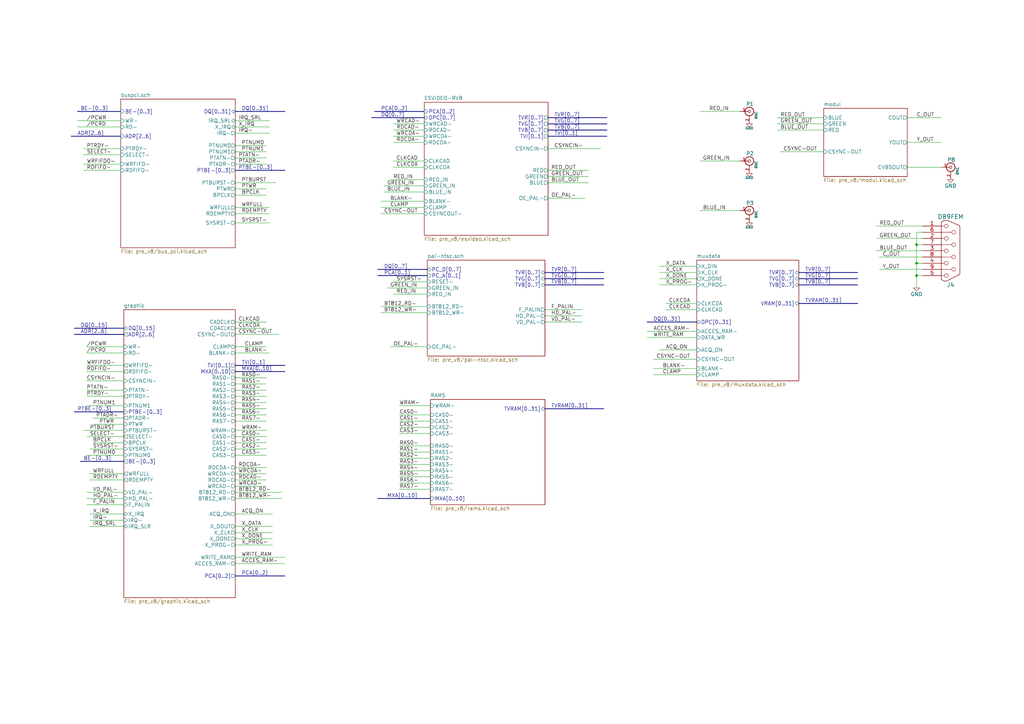
<source format=kicad_sch>
(kicad_sch (version 20250114) (generator "eeschema") (generator_version "9.0")
  (paper "A3")
  (title_block (title "Video") (date "Sun 22 Mar 2015") (rev "2.0B") (company "Kicad EDA") (comment 1 "Main sheet"))
  (lib_symbols
    (symbol "video_schlib:BNC" (pin_names (offset 1.016) (hide yes))
      (property "Reference" "P" (at 0.254 3.048 0))
      (property "Value" "BNC" (at 2.794 -1.524 90))
      (symbol "BNC_0_1"
        (circle (center 0 0) (radius 0.508) (stroke (width 0.2032)))
        (circle (center 0 0) (radius 1.778) (stroke (width 0.3048)))
      )
      (symbol "BNC_1_1"
        (pin passive line (at -3.81 0 0) (length 3.302) (name "In") (number "1"))
        (pin passive line (at 0 -5.08 90) (length 3.302) (name "Ext") (number "2"))
      )
    )
    (symbol "video_schlib:DB9" (pin_names (offset 1.016) (hide yes))
      (property "Reference" "J" (at 0 13.97 0))
      (property "Value" "DB9" (at 0 -13.97 0))
      (symbol "DB9_0_1"
        (polyline (pts (xy -3.81 10.16) (xy -2.54 10.16)))
        (polyline (pts (xy -3.81 7.62) (xy 0.508 7.62)))
        (polyline (pts (xy -3.81 5.08) (xy -2.54 5.08)))
        (polyline (pts (xy -3.81 2.54) (xy 0.508 2.54)))
        (polyline (pts (xy -3.81 0) (xy -2.54 0)))
        (polyline (pts (xy -3.81 -2.54) (xy 0.508 -2.54)))
        (polyline (pts (xy -3.81 -5.08) (xy -2.54 -5.08)))
        (polyline (pts (xy -3.81 -7.62) (xy 0.508 -7.62)))
        (polyline (pts (xy -3.81 -10.16) (xy -2.54 -10.16)))
        (polyline (pts (xy -3.81 -11.6586) (xy -3.556 -11.938)) (stroke (width 0.2032)))
        (polyline (pts (xy -3.81 -11.684) (xy -3.81 11.684)) (stroke (width 0.2032)))
        (polyline (pts (xy -3.556 11.938) (xy -3.81 11.684)) (stroke (width 0.2032)))
        (polyline (pts (xy -3.556 11.938) (xy -2.54 12.446)) (stroke (width 0.2032)))
        (polyline (pts (xy -3.556 -11.938) (xy -2.794 -12.446)) (stroke (width 0.2032)))
        (polyline (pts (xy -2.794 -12.446) (xy -1.27 -12.446)) (stroke (width 0.2032)))
        (polyline (pts (xy -2.54 12.446) (xy -1.778 12.446)) (stroke (width 0.2032)))
        (circle (center -1.778 10.16) (radius 0.762))
        (circle (center -1.778 5.08) (radius 0.762))
        (circle (center -1.778 0) (radius 0.762))
        (circle (center -1.778 -5.08) (radius 0.762))
        (circle (center -1.778 -10.16) (radius 0.762))
        (circle (center 1.27 7.62) (radius 0.762))
        (circle (center 1.27 2.54) (radius 0.762))
        (circle (center 1.27 -2.54) (radius 0.762))
        (circle (center 1.27 -7.62) (radius 0.762))
        (polyline (pts (xy 3.2766 9.906) (xy -1.778 12.446)) (stroke (width 0.2032)))
        (polyline (pts (xy 3.2766 9.906) (xy 3.81 9.398)) (stroke (width 0.2032)))
        (polyline (pts (xy 3.556 -10.3886) (xy -1.27 -12.446)) (stroke (width 0.2032)))
        (polyline (pts (xy 3.81 9.398) (xy 3.81 -9.906)) (stroke (width 0.2032)))
        (polyline (pts (xy 3.81 -9.906) (xy 3.556 -10.3886)) (stroke (width 0.2032)))
      )
      (symbol "DB9_1_1"
        (pin passive line (at -11.43 10.16 0) (length 7.62) (name "5") (number "5"))
        (pin passive line (at -11.43 7.62 0) (length 7.62) (name "P9") (number "9"))
        (pin passive line (at -11.43 5.08 0) (length 7.62) (name "4") (number "4"))
        (pin passive line (at -11.43 2.54 0) (length 7.62) (name "P8") (number "8"))
        (pin passive line (at -11.43 0 0) (length 7.62) (name "3") (number "3"))
        (pin passive line (at -11.43 -2.54 0) (length 7.62) (name "P7") (number "7"))
        (pin passive line (at -11.43 -5.08 0) (length 7.62) (name "2") (number "2"))
        (pin passive line (at -11.43 -7.62 0) (length 7.62) (name "P6") (number "6"))
        (pin passive line (at -11.43 -10.16 0) (length 7.62) (name "1") (number "1"))
      )
    )
    (symbol "video_schlib:GND" (power) (pin_names (offset 0))
      (symbol "GND_0_1"
        (polyline (pts (xy -1.27 0) (xy 0 -1.27) (xy 1.27 0) (xy -1.27 0)))
      )
      (symbol "GND_1_1"
        (pin power_in line (at 0 0 90) (length 0) (hide yes) (name "GND") (number "1"))
      )
    )
  )
  (junction (at 375.92 100.33) (diameter 0.9144))
  (junction (at 375.92 113.03) (diameter 0.9144))
  (junction (at 375.92 107.95) (diameter 0.9144))
  (wire (pts (xy 378.46 95.25) (xy 375.92 95.25)))
  (wire (pts (xy 224.79 74.93) (xy 241.3 74.93)))
  (wire (pts (xy 96.52 172.72) (xy 109.22 172.72)))
  (wire (pts (xy 38.1 171.45) (xy 50.8 171.45)))
  (wire (pts (xy 49.53 63.5) (xy 34.29 63.5)))
  (wire (pts (xy 96.52 218.44) (xy 111.76 218.44)))
  (wire (pts (xy 96.52 215.9) (xy 111.76 215.9)))
  (wire (pts (xy 50.8 201.93) (xy 35.56 201.93)))
  (wire (pts (xy 31.75 52.07) (xy 49.53 52.07)))
  (bus (pts (xy 327.66 111.76) (xy 351.79 111.76)))
  (wire (pts (xy 96.52 210.82) (xy 111.76 210.82)))
  (wire (pts (xy 320.04 62.23) (xy 337.82 62.23)))
  (wire (pts (xy 36.83 215.9) (xy 50.8 215.9)))
  (wire (pts (xy 161.29 58.42) (xy 173.99 58.42)))
  (wire (pts (xy 372.11 48.26) (xy 386.08 48.26)))
  (wire (pts (xy 270.51 143.51) (xy 285.75 143.51)))
  (wire (pts (xy 273.05 127) (xy 285.75 127)))
  (wire (pts (xy 287.02 45.72) (xy 303.53 45.72)))
  (wire (pts (xy 96.52 91.44) (xy 110.49 91.44)))
  (wire (pts (xy 161.29 120.65) (xy 175.26 120.65)))
  (wire (pts (xy 35.56 186.69) (xy 50.8 186.69)))
  (wire (pts (xy 96.52 165.1) (xy 109.22 165.1)))
  (wire (pts (xy 96.52 191.77) (xy 109.22 191.77)))
  (wire (pts (xy 238.76 132.08) (xy 223.52 132.08)))
  (wire (pts (xy 173.99 76.2) (xy 157.48 76.2)))
  (wire (pts (xy 96.52 167.64) (xy 109.22 167.64)))
  (wire (pts (xy 96.52 160.02) (xy 109.22 160.02)))
  (wire (pts (xy 34.29 60.96) (xy 49.53 60.96)))
  (wire (pts (xy 36.83 213.36) (xy 50.8 213.36)))
  (wire (pts (xy 156.21 125.73) (xy 175.26 125.73)))
  (bus (pts (xy 327.66 114.3) (xy 351.79 114.3)))
  (wire (pts (xy 96.52 194.31) (xy 109.22 194.31)))
  (wire (pts (xy 163.83 193.04) (xy 176.53 193.04)))
  (wire (pts (xy 318.77 50.8) (xy 337.82 50.8)))
  (wire (pts (xy 96.52 77.47) (xy 109.22 77.47)))
  (wire (pts (xy 96.52 228.6) (xy 116.84 228.6)))
  (wire (pts (xy 375.92 95.25) (xy 375.92 100.33)))
  (wire (pts (xy 175.26 118.11) (xy 158.75 118.11)))
  (wire (pts (xy 50.8 204.47) (xy 35.56 204.47)))
  (wire (pts (xy 359.41 102.87) (xy 378.46 102.87)))
  (wire (pts (xy 375.92 107.95) (xy 375.92 113.03)))
  (wire (pts (xy 96.52 154.94) (xy 109.22 154.94)))
  (wire (pts (xy 96.52 223.52) (xy 111.76 223.52)))
  (wire (pts (xy 156.21 85.09) (xy 173.99 85.09)))
  (bus (pts (xy 223.52 114.3) (xy 247.65 114.3)))
  (bus (pts (xy 49.53 45.72) (xy 31.75 45.72)))
  (wire (pts (xy 163.83 187.96) (xy 176.53 187.96)))
  (bus (pts (xy 50.8 189.23) (xy 33.02 189.23)))
  (wire (pts (xy 36.83 210.82) (xy 50.8 210.82)))
  (bus (pts (xy 30.48 137.16) (xy 50.8 137.16)))
  (wire (pts (xy 303.53 66.04) (xy 287.02 66.04)))
  (wire (pts (xy 160.02 73.66) (xy 173.99 73.66)))
  (wire (pts (xy 96.52 204.47) (xy 115.57 204.47)))
  (wire (pts (xy 96.52 186.69) (xy 109.22 186.69)))
  (wire (pts (xy 224.79 81.28) (xy 240.03 81.28)))
  (bus (pts (xy 223.52 111.76) (xy 247.65 111.76)))
  (wire (pts (xy 35.56 156.21) (xy 50.8 156.21)))
  (wire (pts (xy 96.52 170.18) (xy 109.22 170.18)))
  (wire (pts (xy 96.52 231.14) (xy 116.84 231.14)))
  (wire (pts (xy 96.52 201.93) (xy 115.57 201.93)))
  (bus (pts (xy 224.79 55.88) (xy 248.92 55.88)))
  (bus (pts (xy 223.52 116.84) (xy 247.65 116.84)))
  (wire (pts (xy 50.8 152.4) (xy 35.56 152.4)))
  (wire (pts (xy 359.41 97.79) (xy 378.46 97.79)))
  (wire (pts (xy 161.29 68.58) (xy 173.99 68.58)))
  (wire (pts (xy 50.8 207.01) (xy 35.56 207.01)))
  (wire (pts (xy 96.52 67.31) (xy 109.22 67.31)))
  (wire (pts (xy 265.43 138.43) (xy 285.75 138.43)))
  (wire (pts (xy 163.83 195.58) (xy 176.53 195.58)))
  (wire (pts (xy 163.83 172.72) (xy 176.53 172.72)))
  (wire (pts (xy 163.83 177.8) (xy 176.53 177.8)))
  (wire (pts (xy 163.83 185.42) (xy 176.53 185.42)))
  (wire (pts (xy 96.52 59.69) (xy 109.22 59.69)))
  (wire (pts (xy 96.52 199.39) (xy 109.22 199.39)))
  (wire (pts (xy 163.83 200.66) (xy 176.53 200.66)))
  (wire (pts (xy 224.79 69.85) (xy 241.3 69.85)))
  (wire (pts (xy 163.83 175.26) (xy 176.53 175.26)))
  (wire (pts (xy 303.53 86.36) (xy 287.02 86.36)))
  (wire (pts (xy 270.51 109.22) (xy 285.75 109.22)))
  (wire (pts (xy 156.21 82.55) (xy 173.99 82.55)))
  (wire (pts (xy 96.52 85.09) (xy 110.49 85.09)))
  (bus (pts (xy 327.66 124.46) (xy 351.79 124.46)))
  (wire (pts (xy 96.52 220.98) (xy 111.76 220.98)))
  (wire (pts (xy 35.56 160.02) (xy 50.8 160.02)))
  (wire (pts (xy 318.77 53.34) (xy 337.82 53.34)))
  (wire (pts (xy 50.8 149.86) (xy 35.56 149.86)))
  (wire (pts (xy 96.52 137.16) (xy 114.3 137.16)))
  (wire (pts (xy 96.52 157.48) (xy 109.22 157.48)))
  (bus (pts (xy 96.52 152.4) (xy 116.84 152.4)))
  (wire (pts (xy 161.29 55.88) (xy 173.99 55.88)))
  (bus (pts (xy 154.94 204.47) (xy 176.53 204.47)))
  (bus (pts (xy 96.52 149.86) (xy 116.84 149.86)))
  (bus (pts (xy 327.66 116.84) (xy 351.79 116.84)))
  (wire (pts (xy 161.29 53.34) (xy 173.99 53.34)))
  (wire (pts (xy 96.52 80.01) (xy 109.22 80.01)))
  (wire (pts (xy 386.08 58.42) (xy 372.11 58.42)))
  (bus (pts (xy 96.52 236.22) (xy 116.84 236.22)))
  (wire (pts (xy 96.52 132.08) (xy 109.22 132.08)))
  (wire (pts (xy 96.52 179.07) (xy 109.22 179.07)))
  (wire (pts (xy 163.83 170.18) (xy 176.53 170.18)))
  (bus (pts (xy 224.79 48.26) (xy 248.92 48.26)))
  (wire (pts (xy 96.52 176.53) (xy 109.22 176.53)))
  (wire (pts (xy 238.76 127) (xy 223.52 127)))
  (wire (pts (xy 224.79 72.39) (xy 241.3 72.39)))
  (wire (pts (xy 267.97 153.67) (xy 285.75 153.67)))
  (wire (pts (xy 238.76 129.54) (xy 223.52 129.54)))
  (wire (pts (xy 173.99 78.74) (xy 157.48 78.74)))
  (wire (pts (xy 378.46 110.49) (xy 360.68 110.49)))
  (wire (pts (xy 163.83 198.12) (xy 176.53 198.12)))
  (wire (pts (xy 161.29 50.8) (xy 173.99 50.8)))
  (wire (pts (xy 267.97 147.32) (xy 285.75 147.32)))
  (bus (pts (xy 96.52 45.72) (xy 116.84 45.72)))
  (wire (pts (xy 163.83 166.37) (xy 176.53 166.37)))
  (wire (pts (xy 375.92 107.95) (xy 378.46 107.95)))
  (wire (pts (xy 35.56 142.24) (xy 50.8 142.24)))
  (wire (pts (xy 378.46 100.33) (xy 375.92 100.33)))
  (wire (pts (xy 372.11 68.58) (xy 386.08 68.58)))
  (wire (pts (xy 96.52 184.15) (xy 109.22 184.15)))
  (wire (pts (xy 38.1 173.99) (xy 50.8 173.99)))
  (wire (pts (xy 96.52 196.85) (xy 109.22 196.85)))
  (wire (pts (xy 270.51 111.76) (xy 285.75 111.76)))
  (wire (pts (xy 96.52 52.07) (xy 110.49 52.07)))
  (wire (pts (xy 96.52 162.56) (xy 109.22 162.56)))
  (wire (pts (xy 375.92 113.03) (xy 378.46 113.03)))
  (bus (pts (xy 154.94 110.49) (xy 175.26 110.49)))
  (bus (pts (xy 224.79 53.34) (xy 248.92 53.34)))
  (wire (pts (xy 270.51 116.84) (xy 285.75 116.84)))
  (wire (pts (xy 35.56 166.37) (xy 50.8 166.37)))
  (bus (pts (xy 153.67 45.72) (xy 173.99 45.72)))
  (wire (pts (xy 360.68 105.41) (xy 378.46 105.41)))
  (wire (pts (xy 36.83 194.31) (xy 50.8 194.31)))
  (wire (pts (xy 36.83 196.85) (xy 50.8 196.85)))
  (bus (pts (xy 29.21 55.88) (xy 49.53 55.88)))
  (wire (pts (xy 35.56 144.78) (xy 50.8 144.78)))
  (wire (pts (xy 163.83 182.88) (xy 176.53 182.88)))
  (wire (pts (xy 96.52 142.24) (xy 109.22 142.24)))
  (wire (pts (xy 96.52 181.61) (xy 109.22 181.61)))
  (bus (pts (xy 223.52 167.64) (xy 247.65 167.64)))
  (wire (pts (xy 96.52 49.53) (xy 110.49 49.53)))
  (wire (pts (xy 96.52 74.93) (xy 113.03 74.93)))
  (wire (pts (xy 49.53 67.31) (xy 34.29 67.31)))
  (wire (pts (xy 375.92 113.03) (xy 375.92 118.11)))
  (wire (pts (xy 96.52 134.62) (xy 109.22 134.62)))
  (wire (pts (xy 96.52 54.61) (xy 110.49 54.61)))
  (bus (pts (xy 265.43 132.08) (xy 285.75 132.08)))
  (wire (pts (xy 160.02 142.24) (xy 175.26 142.24)))
  (wire (pts (xy 36.83 184.15) (xy 50.8 184.15)))
  (wire (pts (xy 50.8 181.61) (xy 38.1 181.61)))
  (wire (pts (xy 224.79 60.96) (xy 246.38 60.96)))
  (wire (pts (xy 31.75 49.53) (xy 49.53 49.53)))
  (bus (pts (xy 96.52 69.85) (xy 116.84 69.85)))
  (wire (pts (xy 270.51 114.3) (xy 285.75 114.3)))
  (bus (pts (xy 224.79 50.8) (xy 248.92 50.8)))
  (wire (pts (xy 96.52 144.78) (xy 110.49 144.78)))
  (wire (pts (xy 96.52 62.23) (xy 109.22 62.23)))
  (wire (pts (xy 96.52 64.77) (xy 109.22 64.77)))
  (wire (pts (xy 359.41 92.71) (xy 378.46 92.71)))
  (bus (pts (xy 154.94 113.03) (xy 175.26 113.03)))
  (wire (pts (xy 50.8 179.07) (xy 35.56 179.07)))
  (wire (pts (xy 273.05 124.46) (xy 285.75 124.46)))
  (wire (pts (xy 265.43 135.89) (xy 285.75 135.89)))
  (wire (pts (xy 156.21 128.27) (xy 175.26 128.27)))
  (wire (pts (xy 375.92 100.33) (xy 375.92 107.95)))
  (wire (pts (xy 156.21 87.63) (xy 173.99 87.63)))
  (wire (pts (xy 267.97 151.13) (xy 285.75 151.13)))
  (wire (pts (xy 35.56 162.56) (xy 50.8 162.56)))
  (wire (pts (xy 161.29 66.04) (xy 173.99 66.04)))
  (bus (pts (xy 30.48 168.91) (xy 50.8 168.91)))
  (bus (pts (xy 173.99 48.26) (xy 152.4 48.26)))
  (wire (pts (xy 163.83 190.5) (xy 176.53 190.5)))
  (wire (pts (xy 96.52 87.63) (xy 110.49 87.63)))
  (bus (pts (xy 30.48 134.62) (xy 50.8 134.62)))
  (wire (pts (xy 34.29 176.53) (xy 50.8 176.53)))
  (wire (pts (xy 49.53 69.85) (xy 34.29 69.85)))
  (wire (pts (xy 161.29 115.57) (xy 175.26 115.57)))
  (wire (pts (xy 318.77 48.26) (xy 337.82 48.26)))
  (label "PCA[0..1]" (at 157.48 113.03 0) (effects (font (size 1.524 1.524))))
  (label "SELECT-" (at 35.56 63.5 0) (effects (font (size 1.524 1.524))))
  (label "CLKCDA" (at 97.79 134.62 0) (effects (font (size 1.524 1.524))))
  (label "TVI[0..1]" (at 227.33 55.88 0) (effects (font (size 1.524 1.524))))
  (label "BT812_RD-" (at 157.48 125.73 0) (effects (font (size 1.524 1.524))))
  (label "WRAM-" (at 99.06 176.53 0) (effects (font (size 1.524 1.524))))
  (label "CLAMP" (at 271.78 153.67 0) (effects (font (size 1.524 1.524))))
  (label "CAS2-" (at 99.06 184.15 0) (effects (font (size 1.524 1.524))))
  (label "CAS3-" (at 99.06 186.69 0) (effects (font (size 1.524 1.524))))
  (label "TVG[0..7]" (at 226.06 114.3 0) (effects (font (size 1.524 1.524))))
  (label "IRQ-" (at 97.79 54.61 0) (effects (font (size 1.524 1.524))))
  (label "ACQ_ON" (at 99.06 210.82 0) (effects (font (size 1.524 1.524))))
  (label "TVG[0..7]" (at 227.33 50.8 0) (effects (font (size 1.524 1.524))))
  (label "IRQ-" (at 38.1 213.36 0) (effects (font (size 1.524 1.524))))
  (label "CLKCAD" (at 274.32 127 0) (effects (font (size 1.524 1.524))))
  (label "CAS1-" (at 163.83 172.72 0) (effects (font (size 1.524 1.524))))
  (label "CLAMP" (at 100.33 142.24 0) (effects (font (size 1.524 1.524))))
  (label "RAS2-" (at 99.06 160.02 0) (effects (font (size 1.524 1.524))))
  (label "ACCES_RAM-" (at 267.97 135.89 0) (effects (font (size 1.524 1.524))))
  (label "X_DONE" (at 273.05 114.3 0) (effects (font (size 1.524 1.524))))
  (label "RAS4-" (at 99.06 165.1 0) (effects (font (size 1.524 1.524))))
  (label "PTNUM1" (at 99.06 62.23 0) (effects (font (size 1.524 1.524))))
  (label "RAS7-" (at 163.83 200.66 0) (effects (font (size 1.524 1.524))))
  (label "CSYNCIN-" (at 35.56 156.21 0) (effects (font (size 1.524 1.524))))
  (label "CSYNC-OUT" (at 321.31 62.23 0) (effects (font (size 1.524 1.524))))
  (label "SYSRST-" (at 38.1 184.15 0) (effects (font (size 1.524 1.524))))
  (label "BPCLK" (at 38.1 181.61 0) (effects (font (size 1.524 1.524))))
  (label "X_CLK" (at 273.05 111.76 0) (effects (font (size 1.524 1.524))))
  (label "CAS0-" (at 163.83 170.18 0) (effects (font (size 1.524 1.524))))
  (label "PCA[0..2]" (at 99.06 236.22 0) (effects (font (size 1.524 1.524))))
  (label "X_DATA" (at 99.06 215.9 0) (effects (font (size 1.524 1.524))))
  (label "RDCDA-" (at 97.79 191.77 0) (effects (font (size 1.524 1.524))))
  (label "WRCAD-" (at 162.56 50.8 0) (effects (font (size 1.524 1.524))))
  (label "RAS3-" (at 99.06 162.56 0) (effects (font (size 1.524 1.524))))
  (label "WRFULL" (at 38.1 194.31 0) (effects (font (size 1.524 1.524))))
  (label "GREEN_IN" (at 160.02 118.11 0) (effects (font (size 1.524 1.524))))
  (label "PCA[0..2]" (at 156.21 45.72 0) (effects (font (size 1.524 1.524))))
  (label "TVRAM[0..31]" (at 226.06 167.64 0) (effects (font (size 1.524 1.524))))
  (label "TVRAM[0..31]" (at 330.2 124.46 0) (effects (font (size 1.524 1.524))))
  (label "GREEN_OUT" (at 360.68 97.79 0) (effects (font (size 1.524 1.524))))
  (label "VD_PAL-" (at 38.1 201.93 0) (effects (font (size 1.524 1.524))))
  (label "PTNUM0" (at 38.1 186.69 0) (effects (font (size 1.524 1.524))))
  (label "C_OUT" (at 375.92 48.26 0) (effects (font (size 1.524 1.524))))
  (label "WRFIFDO-" (at 35.56 67.31 0) (effects (font (size 1.524 1.524))))
  (label "F_PALIN" (at 226.06 127 0) (effects (font (size 1.524 1.524))))
  (label "RAS5-" (at 99.06 167.64 0) (effects (font (size 1.524 1.524))))
  (label "CSYNCIN-" (at 227.33 60.96 0) (effects (font (size 1.524 1.524))))
  (label "CSYNC-OUT" (at 157.48 87.63 0) (effects (font (size 1.524 1.524))))
  (label "GREEN_OUT" (at 226.06 72.39 0) (effects (font (size 1.524 1.524))))
  (label "RAS0-" (at 163.83 182.88 0) (effects (font (size 1.524 1.524))))
  (label "HD_PAL-" (at 226.06 129.54 0) (effects (font (size 1.524 1.524))))
  (label "WRITE_RAM" (at 267.97 138.43 0) (effects (font (size 1.524 1.524))))
  (label "PTADR-" (at 97.79 67.31 0) (effects (font (size 1.524 1.524))))
  (label "WRITE_RAM" (at 99.06 228.6 0) (effects (font (size 1.524 1.524))))
  (label "ACQ_ON" (at 273.05 143.51 0) (effects (font (size 1.524 1.524))))
  (label "BT812_WR-" (at 97.79 204.47 0) (effects (font (size 1.524 1.524))))
  (label "WRFULL" (at 99.06 85.09 0) (effects (font (size 1.524 1.524))))
  (label "RED_OUT" (at 226.06 69.85 0) (effects (font (size 1.524 1.524))))
  (label "BLUE_IN" (at 158.75 78.74 0) (effects (font (size 1.524 1.524))))
  (label "PTATN-" (at 35.56 160.02 0) (effects (font (size 1.524 1.524))))
  (label "BLUE_OUT" (at 226.06 74.93 0) (effects (font (size 1.524 1.524))))
  (label "MXA[0..10]" (at 99.06 152.4 0) (effects (font (size 1.524 1.524))))
  (label "/PCRD" (at 35.56 144.78 0) (effects (font (size 1.524 1.524))))
  (label "CLAMP" (at 160.02 85.09 0) (effects (font (size 1.524 1.524))))
  (label "DQ[0..31]" (at 267.97 132.08 0) (effects (font (size 1.524 1.524))))
  (label "DQ[0..7]" (at 156.21 48.26 0) (effects (font (size 1.524 1.524))))
  (label "BLUE_OUT" (at 360.68 102.87 0) (effects (font (size 1.524 1.524))))
  (label "PTADR-" (at 39.37 171.45 0) (effects (font (size 1.524 1.524))))
  (label "PTWR" (at 99.06 77.47 0) (effects (font (size 1.524 1.524))))
  (label "TVR[0..7]" (at 330.2 111.76 0) (effects (font (size 1.524 1.524))))
  (label "RAS7-" (at 99.06 172.72 0) (effects (font (size 1.524 1.524))))
  (label "PTBURST" (at 36.83 176.53 0) (effects (font (size 1.524 1.524))))
  (label "RAS6-" (at 163.83 198.12 0) (effects (font (size 1.524 1.524))))
  (label "RAS1-" (at 163.83 185.42 0) (effects (font (size 1.524 1.524))))
  (label "RAS6-" (at 99.06 170.18 0) (effects (font (size 1.524 1.524))))
  (label "WRCDA-" (at 162.56 55.88 0) (effects (font (size 1.524 1.524))))
  (label "RED_IN" (at 161.29 73.66 0) (effects (font (size 1.524 1.524))))
  (label "WRCDA-" (at 97.79 194.31 0) (effects (font (size 1.524 1.524))))
  (label "RDCDA-" (at 162.56 58.42 0) (effects (font (size 1.524 1.524))))
  (label "TVR[0..7]" (at 227.33 48.26 0) (effects (font (size 1.524 1.524))))
  (label "ADR[2..6]" (at 31.75 55.88 0) (effects (font (size 1.524 1.524))))
  (label "CAS1-" (at 99.06 181.61 0) (effects (font (size 1.524 1.524))))
  (label "RAS2-" (at 163.83 187.96 0) (effects (font (size 1.524 1.524))))
  (label "RED_OUT" (at 360.68 92.71 0) (effects (font (size 1.524 1.524))))
  (label "TVB[0..7]" (at 226.06 116.84 0) (effects (font (size 1.524 1.524))))
  (label "BPCLK" (at 99.06 80.01 0) (effects (font (size 1.524 1.524))))
  (label "ACCES_RAM-" (at 99.06 231.14 0) (effects (font (size 1.524 1.524))))
  (label "TVB[0..7]" (at 227.33 53.34 0) (effects (font (size 1.524 1.524))))
  (label "X_DONE" (at 99.06 220.98 0) (effects (font (size 1.524 1.524))))
  (label "RAS1-" (at 99.06 157.48 0) (effects (font (size 1.524 1.524))))
  (label "CAS3-" (at 163.83 177.8 0) (effects (font (size 1.524 1.524))))
  (label "BE-[0..3]" (at 33.02 45.72 0) (effects (font (size 1.524 1.524))))
  (label "CLKCAD" (at 97.79 132.08 0) (effects (font (size 1.524 1.524))))
  (label "BLUE_IN" (at 288.29 86.36 0) (effects (font (size 1.524 1.524))))
  (label "C_OUT" (at 361.95 105.41 0) (effects (font (size 1.524 1.524))))
  (label "X_PROG-" (at 273.05 116.84 0) (effects (font (size 1.524 1.524))))
  (label "PTNUM1" (at 38.1 166.37 0) (effects (font (size 1.524 1.524))))
  (label "RDCAD-" (at 162.56 53.34 0) (effects (font (size 1.524 1.524))))
  (label "CLKCAD" (at 162.56 66.04 0) (effects (font (size 1.524 1.524))))
  (label "PTWR" (at 40.64 173.99 0) (effects (font (size 1.524 1.524))))
  (label "OE_PAL-" (at 226.06 81.28 0) (effects (font (size 1.524 1.524))))
  (label "RAS0-" (at 99.06 154.94 0) (effects (font (size 1.524 1.524))))
  (label "DQ[0..15]" (at 33.02 134.62 0) (effects (font (size 1.524 1.524))))
  (label "BT812_WR-" (at 157.48 128.27 0) (effects (font (size 1.524 1.524))))
  (label "F_PALIN" (at 38.1 207.01 0) (effects (font (size 1.524 1.524))))
  (label "RDFIFO-" (at 35.56 152.4 0) (effects (font (size 1.524 1.524))))
  (label "/PCRD" (at 35.56 52.07 0) (effects (font (size 1.524 1.524))))
  (label "BLANK-" (at 100.33 144.78 0) (effects (font (size 1.524 1.524))))
  (label "RED_IN" (at 162.56 120.65 0) (effects (font (size 1.524 1.524))))
  (label "WRAM-" (at 163.83 166.37 0) (effects (font (size 1.524 1.524))))
  (label "ADR[2..6]" (at 33.02 137.16 0) (effects (font (size 1.524 1.524))))
  (label "GREEN_OUT" (at 320.04 50.8 0) (effects (font (size 1.524 1.524))))
  (label "DQ[0..31]" (at 99.06 45.72 0) (effects (font (size 1.524 1.524))))
  (label "RAS4-" (at 163.83 193.04 0) (effects (font (size 1.524 1.524))))
  (label "X_IRQ" (at 38.1 210.82 0) (effects (font (size 1.524 1.524))))
  (label "TVR[0..7]" (at 226.06 111.76 0) (effects (font (size 1.524 1.524))))
  (label "X_IRQ" (at 97.79 52.07 0) (effects (font (size 1.524 1.524))))
  (label "RED_OUT" (at 320.04 48.26 0) (effects (font (size 1.524 1.524))))
  (label "TVI[0..1]" (at 99.06 149.86 0) (effects (font (size 1.524 1.524))))
  (label "SELECT-" (at 36.83 179.07 0) (effects (font (size 1.524 1.524))))
  (label "RDEMPTY" (at 99.06 87.63 0) (effects (font (size 1.524 1.524))))
  (label "IRQ_SRL" (at 97.79 49.53 0) (effects (font (size 1.524 1.524))))
  (label "PTBURST" (at 99.06 74.93 0) (effects (font (size 1.524 1.524))))
  (label "GREEN_IN" (at 158.75 76.2 0) (effects (font (size 1.524 1.524))))
  (label "PTBE-[0..3]" (at 31.75 168.91 0) (effects (font (size 1.524 1.524))))
  (label "PTBE-[0..3]" (at 97.79 69.85 0) (effects (font (size 1.524 1.524))))
  (label "/PCWR" (at 35.56 49.53 0) (effects (font (size 1.524 1.524))))
  (label "RAS3-" (at 163.83 190.5 0) (effects (font (size 1.524 1.524))))
  (label "BE-[0..3]" (at 34.29 189.23 0) (effects (font (size 1.524 1.524))))
  (label "PTRDY-" (at 35.56 60.96 0) (effects (font (size 1.524 1.524))))
  (label "BLANK-" (at 160.02 82.55 0) (effects (font (size 1.524 1.524))))
  (label "BLANK-" (at 271.78 151.13 0) (effects (font (size 1.524 1.524))))
  (label "PTRDY-" (at 35.56 162.56 0) (effects (font (size 1.524 1.524))))
  (label "OE_PAL-" (at 161.29 142.24 0) (effects (font (size 1.524 1.524))))
  (label "HD_PAL-" (at 38.1 204.47 0) (effects (font (size 1.524 1.524))))
  (label "RDEMPTY" (at 38.1 196.85 0) (effects (font (size 1.524 1.524))))
  (label "X_DATA" (at 273.05 109.22 0) (effects (font (size 1.524 1.524))))
  (label "X_PROG-" (at 99.06 223.52 0) (effects (font (size 1.524 1.524))))
  (label "RED_IN" (at 290.83 45.72 0) (effects (font (size 1.524 1.524))))
  (label "CSYNC-OUT" (at 97.79 137.16 0) (effects (font (size 1.524 1.524))))
  (label "WRCAD-" (at 97.79 199.39 0) (effects (font (size 1.524 1.524))))
  (label "WRFIFDO-" (at 35.56 149.86 0) (effects (font (size 1.524 1.524))))
  (label "Y_OUT" (at 375.92 58.42 0) (effects (font (size 1.524 1.524))))
  (label "RDFIFO-" (at 35.56 69.85 0) (effects (font (size 1.524 1.524))))
  (label "SYSRST-" (at 162.56 115.57 0) (effects (font (size 1.524 1.524))))
  (label "CAS0-" (at 99.06 179.07 0) (effects (font (size 1.524 1.524))))
  (label "VD_PAL-" (at 226.06 132.08 0) (effects (font (size 1.524 1.524))))
  (label "RAS5-" (at 163.83 195.58 0) (effects (font (size 1.524 1.524))))
  (label "MXA[0..10]" (at 158.75 204.47 0) (effects (font (size 1.524 1.524))))
  (label "PTNUM0" (at 99.06 59.69 0) (effects (font (size 1.524 1.524))))
  (label "/PCWR" (at 35.56 142.24 0) (effects (font (size 1.524 1.524))))
  (label "BT812_RD-" (at 97.79 201.93 0) (effects (font (size 1.524 1.524))))
  (label "TVB[0..7]" (at 330.2 116.84 0) (effects (font (size 1.524 1.524))))
  (label "TVG[0..7]" (at 330.2 114.3 0) (effects (font (size 1.524 1.524))))
  (label "IRQ_SRL" (at 38.1 215.9 0) (effects (font (size 1.524 1.524))))
  (label "PTATN-" (at 97.79 64.77 0) (effects (font (size 1.524 1.524))))
  (label "DQ[0..7]" (at 157.48 110.49 0) (effects (font (size 1.524 1.524))))
  (label "CLKCDA" (at 162.56 68.58 0) (effects (font (size 1.524 1.524))))
  (label "BLUE_OUT" (at 320.04 53.34 0) (effects (font (size 1.524 1.524))))
  (label "CAS2-" (at 163.83 175.26 0) (effects (font (size 1.524 1.524))))
  (label "RDCAD-" (at 97.79 196.85 0) (effects (font (size 1.524 1.524))))
  (label "Y_OUT" (at 361.95 110.49 0) (effects (font (size 1.524 1.524))))
  (label "CSYNC-OUT" (at 269.24 147.32 0) (effects (font (size 1.524 1.524))))
  (label "CLKCDA" (at 274.32 124.46 0) (effects (font (size 1.524 1.524))))
  (label "X_CLK" (at 99.06 218.44 0) (effects (font (size 1.524 1.524))))
  (label "GREEN_IN" (at 288.29 66.04 0) (effects (font (size 1.524 1.524))))
  (label "SYSRST-" (at 99.06 91.44 0) (effects (font (size 1.524 1.524))))
  (symbol (lib_id "video_schlib:BNC") (at 389.89 68.58 0) (unit 1)
    (property "Reference" "P8" (at 390.144 65.532 0) (effects (font (size 1.524 1.524))))
    (property "Value" "BNC" (at 392.684 70.104 90) (effects (font (size 1.016 1.016))))
    (property "Footprint" "Discret:SUBCLICK" (effects (hide yes)))
  )
  (symbol (lib_id "video_schlib:GND") (at 389.89 73.66 0) (unit 1)
    (property "Reference" "#GND02" (effects (hide yes)))
    (property "Value" "GND" (at 389.89 76.2 0) (effects (font (size 1.524 1.524))))
  )
  (symbol (lib_id "video_schlib:BNC") (at 307.34 45.72 0) (unit 1)
    (property "Reference" "P1" (at 307.594 42.672 0) (effects (font (size 1.524 1.524))))
    (property "Value" "BNC" (at 310.134 47.244 90) (effects (font (size 1.016 1.016))))
    (property "Footprint" "Discret:SUBCLICK" (effects (hide yes)))
  )
  (symbol (lib_id "video_schlib:BNC") (at 307.34 66.04 0) (unit 1)
    (property "Reference" "P2" (at 307.594 62.992 0) (effects (font (size 1.524 1.524))))
    (property "Value" "BNC" (at 310.134 67.564 90) (effects (font (size 1.016 1.016))))
    (property "Footprint" "Discret:SUBCLICK" (effects (hide yes)))
  )
  (symbol (lib_id "video_schlib:BNC") (at 307.34 86.36 0) (unit 1)
    (property "Reference" "P3" (at 307.594 83.312 0) (effects (font (size 1.524 1.524))))
    (property "Value" "BNC" (at 310.134 87.884 90) (effects (font (size 1.016 1.016))))
    (property "Footprint" "Discret:SUBCLICK" (effects (hide yes)))
  )
  (symbol (lib_id "video_schlib:GND") (at 307.34 50.8 0) (unit 1)
    (property "Reference" "#GND05" (effects (hide yes)))
    (property "Value" "GND" (at 307.34 52.578 0) (effects (font (size 1.016 1.016))))
  )
  (symbol (lib_id "video_schlib:GND") (at 307.34 91.44 0) (unit 1)
    (property "Reference" "#GND04" (effects (hide yes)))
    (property "Value" "GND" (at 307.34 93.218 0) (effects (font (size 1.016 1.016))))
  )
  (symbol (lib_id "video_schlib:GND") (at 307.34 71.12 0) (unit 1)
    (property "Reference" "#GND03" (effects (hide yes)))
    (property "Value" "GND" (at 307.34 72.898 0) (effects (font (size 1.016 1.016))))
  )
  (symbol (lib_id "video_schlib:GND") (at 375.92 118.11 0) (unit 1)
    (property "Reference" "#GND01" (effects (hide yes)))
    (property "Value" "GND" (at 375.92 120.65 0) (effects (font (size 1.524 1.524))))
  )
  (symbol (lib_id "video_schlib:DB9") (at 389.89 102.87 0) (mirror x) (unit 1)
    (property "Reference" "J4" (at 389.89 116.84 0) (effects (font (size 1.778 1.778))))
    (property "Value" "DB9FEM" (at 389.89 88.9 0) (effects (font (size 1.778 1.778))))
    (property "Footprint" "Connector_Dsub:DSUB-9_Female_Horizontal_P2.77x2.84mm_EdgePinOffset14.56mm_Housed_MountingHolesOffset15.98mm" (effects (hide yes)))
  )
  (sheet (at 285.75 106.68) (size 41.91 49.53)
    (property "Sheetname" "muxdata" (at 285.75 105.9175 0) (effects (font (size 1.524 1.524)) (justify left bottom)))
    (property "Sheetfile" "pre_v8/muxdata.kicad_sch" (at 285.75 156.8201 0) (effects (font (size 1.524 1.524)) (justify left top)))
    (pin "X_DIN" input (at 285.75 109.22 180) (effects (font (size 1.524 1.524))))
    (pin "X_CLK" input (at 285.75 111.76 180) (effects (font (size 1.524 1.524))))
    (pin "CLKCDA" input (at 285.75 124.46 180) (effects (font (size 1.524 1.524))))
    (pin "CLKCAD" input (at 285.75 127 180) (effects (font (size 1.524 1.524))))
    (pin "X_DONE" output (at 285.75 114.3 180) (effects (font (size 1.524 1.524))))
    (pin "X_PROG-" input (at 285.75 116.84 180) (effects (font (size 1.524 1.524))))
    (pin "TVB[0..7]" bidirectional (at 327.66 116.84 0) (effects (font (size 1.524 1.524))))
    (pin "TVG[0..7]" bidirectional (at 327.66 114.3 0) (effects (font (size 1.524 1.524))))
    (pin "TVR[0..7]" bidirectional (at 327.66 111.76 0) (effects (font (size 1.524 1.524))))
    (pin "VRAM[0..31]" bidirectional (at 327.66 124.46 0) (effects (font (size 1.524 1.524))))
    (pin "DPC[0..31]" bidirectional (at 285.75 132.08 180) (effects (font (size 1.524 1.524))))
    (pin "ACCES_RAM-" input (at 285.75 135.89 180) (effects (font (size 1.524 1.524))))
    (pin "DATA_WR" input (at 285.75 138.43 180) (effects (font (size 1.524 1.524))))
    (pin "ACQ_ON" input (at 285.75 143.51 180) (effects (font (size 1.524 1.524))))
    (pin "CSYNC-OUT" input (at 285.75 147.32 180) (effects (font (size 1.524 1.524))))
    (pin "BLANK-" input (at 285.75 151.13 180) (effects (font (size 1.524 1.524))))
    (pin "CLAMP" input (at 285.75 153.67 180) (effects (font (size 1.524 1.524))))
  )
  (sheet (at 337.82 44.45) (size 34.29 27.94)
    (property "Sheetname" "modul" (at 337.82 43.6875 0) (effects (font (size 1.524 1.524)) (justify left bottom)))
    (property "Sheetfile" "pre_v8/modul.kicad_sch" (at 337.82 73.0001 0) (effects (font (size 1.524 1.524)) (justify left top)))
    (pin "BLUE" input (at 337.82 48.26 180) (effects (font (size 1.524 1.524))))
    (pin "GREEN" input (at 337.82 50.8 180) (effects (font (size 1.524 1.524))))
    (pin "RED" input (at 337.82 53.34 180) (effects (font (size 1.524 1.524))))
    (pin "CVBSOUT" output (at 372.11 68.58 0) (effects (font (size 1.524 1.524))))
    (pin "YOUT" output (at 372.11 58.42 0) (effects (font (size 1.524 1.524))))
    (pin "COUT" output (at 372.11 48.26 0) (effects (font (size 1.524 1.524))))
    (pin "CSYNC-OUT" input (at 337.82 62.23 180) (effects (font (size 1.524 1.524))))
  )
  (sheet (at 175.26 106.68) (size 48.26 39.37)
    (property "Sheetname" "pal-ntsc.sch" (at 175.26 105.9175 0) (effects (font (size 1.524 1.524)) (justify left bottom)))
    (property "Sheetfile" "pre_v8/pal-ntsc.kicad_sch" (at 175.26 146.6601 0) (effects (font (size 1.524 1.524)) (justify left top)))
    (pin "F_PALIN" output (at 223.52 127 0) (effects (font (size 1.524 1.524))))
    (pin "TVR[0..7]" bidirectional (at 223.52 111.76 0) (effects (font (size 1.524 1.524))))
    (pin "PC_D[0..7]" bidirectional (at 175.26 110.49 180) (effects (font (size 1.524 1.524))))
    (pin "PC_A[0..1]" input (at 175.26 113.03 180) (effects (font (size 1.524 1.524))))
    (pin "RESET-" input (at 175.26 115.57 180) (effects (font (size 1.524 1.524))))
    (pin "GREEN_IN" input (at 175.26 118.11 180) (effects (font (size 1.524 1.524))))
    (pin "RED_IN" input (at 175.26 120.65 180) (effects (font (size 1.524 1.524))))
    (pin "OE_PAL-" input (at 175.26 142.24 180) (effects (font (size 1.524 1.524))))
    (pin "HD_PAL-" output (at 223.52 129.54 0) (effects (font (size 1.524 1.524))))
    (pin "VD_PAL-" output (at 223.52 132.08 0) (effects (font (size 1.524 1.524))))
    (pin "TVB[0..7]" bidirectional (at 223.52 116.84 0) (effects (font (size 1.524 1.524))))
    (pin "TVG[0..7]" bidirectional (at 223.52 114.3 0) (effects (font (size 1.524 1.524))))
    (pin "BT812_WR-" input (at 175.26 128.27 180) (effects (font (size 1.524 1.524))))
    (pin "BT812_RD-" input (at 175.26 125.73 180) (effects (font (size 1.524 1.524))))
  )
  (sheet (at 50.8 127) (size 45.72 118.11)
    (property "Sheetname" "graphic" (at 50.8 126.2375 0) (effects (font (size 1.524 1.524)) (justify left bottom)))
    (property "Sheetfile" "pre_v8/graphic.kicad_sch" (at 50.8 245.7201 0) (effects (font (size 1.524 1.524)) (justify left top)))
    (pin "CSYNC-OUT" output (at 96.52 137.16 0) (effects (font (size 1.524 1.524))))
    (pin "DQ[0..15]" bidirectional (at 50.8 134.62 180) (effects (font (size 1.524 1.524))))
    (pin "ADR[2..6]" output (at 50.8 137.16 180) (effects (font (size 1.524 1.524))))
    (pin "CADCLK" output (at 96.52 132.08 0) (effects (font (size 1.524 1.524))))
    (pin "CDACLK" output (at 96.52 134.62 0) (effects (font (size 1.524 1.524))))
    (pin "CLAMP" output (at 96.52 142.24 0) (effects (font (size 1.524 1.524))))
    (pin "CSYNCIN-" input (at 50.8 156.21 180) (effects (font (size 1.524 1.524))))
    (pin "MXA[0..10]" output (at 96.52 152.4 0) (effects (font (size 1.524 1.524))))
    (pin "RAS7-" output (at 96.52 172.72 0) (effects (font (size 1.524 1.524))))
    (pin "RAS6-" output (at 96.52 170.18 0) (effects (font (size 1.524 1.524))))
    (pin "RAS5-" output (at 96.52 167.64 0) (effects (font (size 1.524 1.524))))
    (pin "RAS4-" output (at 96.52 165.1 0) (effects (font (size 1.524 1.524))))
    (pin "RAS3-" output (at 96.52 162.56 0) (effects (font (size 1.524 1.524))))
    (pin "RAS2-" output (at 96.52 160.02 0) (effects (font (size 1.524 1.524))))
    (pin "RAS1-" output (at 96.52 157.48 0) (effects (font (size 1.524 1.524))))
    (pin "RAS0-" output (at 96.52 154.94 0) (effects (font (size 1.524 1.524))))
    (pin "CAS2-" output (at 96.52 184.15 0) (effects (font (size 1.524 1.524))))
    (pin "CAS1-" output (at 96.52 181.61 0) (effects (font (size 1.524 1.524))))
    (pin "CAS0-" output (at 96.52 179.07 0) (effects (font (size 1.524 1.524))))
    (pin "RD-" input (at 50.8 144.78 180) (effects (font (size 1.524 1.524))))
    (pin "WR-" input (at 50.8 142.24 180) (effects (font (size 1.524 1.524))))
    (pin "CAS3-" output (at 96.52 186.69 0) (effects (font (size 1.524 1.524))))
    (pin "RDCDA-" output (at 96.52 191.77 0) (effects (font (size 1.524 1.524))))
    (pin "WRCDA-" output (at 96.52 194.31 0) (effects (font (size 1.524 1.524))))
    (pin "RDCAD-" output (at 96.52 196.85 0) (effects (font (size 1.524 1.524))))
    (pin "WRCAD-" output (at 96.52 199.39 0) (effects (font (size 1.524 1.524))))
    (pin "WRAM-" output (at 96.52 176.53 0) (effects (font (size 1.524 1.524))))
    (pin "BLANK-" output (at 96.52 144.78 0) (effects (font (size 1.524 1.524))))
    (pin "PTATN-" input (at 50.8 160.02 180) (effects (font (size 1.524 1.524))))
    (pin "PTRDY-" output (at 50.8 162.56 180) (effects (font (size 1.524 1.524))))
    (pin "PTNUM1" input (at 50.8 166.37 180) (effects (font (size 1.524 1.524))))
    (pin "PTBE-[0..3]" input (at 50.8 168.91 180) (effects (font (size 1.524 1.524))))
    (pin "PTADR-" output (at 50.8 171.45 180) (effects (font (size 1.524 1.524))))
    (pin "PTWR" input (at 50.8 173.99 180) (effects (font (size 1.524 1.524))))
    (pin "PTBURST-" input (at 50.8 176.53 180) (effects (font (size 1.524 1.524))))
    (pin "SELECT-" output (at 50.8 179.07 180) (effects (font (size 1.524 1.524))))
    (pin "BPCLK" input (at 50.8 181.61 180) (effects (font (size 1.524 1.524))))
    (pin "SYSRST-" input (at 50.8 184.15 180) (effects (font (size 1.524 1.524))))
    (pin "PTNUM0" input (at 50.8 186.69 180) (effects (font (size 1.524 1.524))))
    (pin "BE-[0..3]" output (at 50.8 189.23 180) (effects (font (size 1.524 1.524))))
    (pin "WRFULL" output (at 50.8 194.31 180) (effects (font (size 1.524 1.524))))
    (pin "RDEMPTY" output (at 50.8 196.85 180) (effects (font (size 1.524 1.524))))
    (pin "RDFIFO-" output (at 50.8 152.4 180) (effects (font (size 1.524 1.524))))
    (pin "WRFIFO-" output (at 50.8 149.86 180) (effects (font (size 1.524 1.524))))
    (pin "BT812_WR-" output (at 96.52 204.47 0) (effects (font (size 1.524 1.524))))
    (pin "BT812_RD-" output (at 96.52 201.93 0) (effects (font (size 1.524 1.524))))
    (pin "VD_PAL-" input (at 50.8 201.93 180) (effects (font (size 1.524 1.524))))
    (pin "HD_PAL-" input (at 50.8 204.47 180) (effects (font (size 1.524 1.524))))
    (pin "F_PALIN" input (at 50.8 207.01 180) (effects (font (size 1.524 1.524))))
    (pin "X_DOUT" output (at 96.52 215.9 0) (effects (font (size 1.524 1.524))))
    (pin "X_CLK" output (at 96.52 218.44 0) (effects (font (size 1.524 1.524))))
    (pin "X_DONE" output (at 96.52 220.98 0) (effects (font (size 1.524 1.524))))
    (pin "X_PROG-" output (at 96.52 223.52 0) (effects (font (size 1.524 1.524))))
    (pin "WRITE_RAM" output (at 96.52 228.6 0) (effects (font (size 1.524 1.524))))
    (pin "ACCES_RAM-" output (at 96.52 231.14 0) (effects (font (size 1.524 1.524))))
    (pin "TVI[0..1]" output (at 96.52 149.86 0) (effects (font (size 1.524 1.524))))
    (pin "PCA[0..2]" output (at 96.52 236.22 0) (effects (font (size 1.524 1.524))))
    (pin "X_IRQ" bidirectional (at 50.8 210.82 180) (effects (font (size 1.524 1.524))))
    (pin "IRQ-" input (at 50.8 213.36 180) (effects (font (size 1.524 1.524))))
    (pin "IRQ_SLR" bidirectional (at 50.8 215.9 180) (effects (font (size 1.524 1.524))))
    (pin "ACQ_ON" output (at 96.52 210.82 0) (effects (font (size 1.524 1.524))))
  )
  (sheet (at 176.53 163.83) (size 46.99 43.18)
    (property "Sheetname" "RAMS" (at 176.53 163.0675 0) (effects (font (size 1.524 1.524)) (justify left bottom)))
    (property "Sheetfile" "pre_v8/rams.kicad_sch" (at 176.53 207.6201 0) (effects (font (size 1.524 1.524)) (justify left top)))
    (pin "TVRAM[0..31]" tri_state (at 223.52 167.64 0) (effects (font (size 1.524 1.524))))
    (pin "WRAM-" input (at 176.53 166.37 180) (effects (font (size 1.524 1.524))))
    (pin "CAS3-" input (at 176.53 177.8 180) (effects (font (size 1.524 1.524))))
    (pin "RAS7-" input (at 176.53 200.66 180) (effects (font (size 1.524 1.524))))
    (pin "RAS6-" input (at 176.53 198.12 180) (effects (font (size 1.524 1.524))))
    (pin "RAS5-" input (at 176.53 195.58 180) (effects (font (size 1.524 1.524))))
    (pin "RAS4-" input (at 176.53 193.04 180) (effects (font (size 1.524 1.524))))
    (pin "RAS3-" input (at 176.53 190.5 180) (effects (font (size 1.524 1.524))))
    (pin "RAS2-" input (at 176.53 187.96 180) (effects (font (size 1.524 1.524))))
    (pin "RAS1-" input (at 176.53 185.42 180) (effects (font (size 1.524 1.524))))
    (pin "RAS0-" input (at 176.53 182.88 180) (effects (font (size 1.524 1.524))))
    (pin "CAS2-" input (at 176.53 175.26 180) (effects (font (size 1.524 1.524))))
    (pin "CAS1-" input (at 176.53 172.72 180) (effects (font (size 1.524 1.524))))
    (pin "CAS0-" input (at 176.53 170.18 180) (effects (font (size 1.524 1.524))))
    (pin "MXA[0..10]" input (at 176.53 204.47 180) (effects (font (size 1.524 1.524))))
  )
  (sheet (at 49.53 40.64) (size 46.99 60.96)
    (property "Sheetname" "buspci.sch" (at 49.53 39.8775 0) (effects (font (size 1.524 1.524)) (justify left bottom)))
    (property "Sheetfile" "pre_v8/bus_pci.kicad_sch" (at 49.53 102.2101 0) (effects (font (size 1.524 1.524)) (justify left top)))
    (pin "WR-" input (at 49.53 49.53 180) (effects (font (size 1.524 1.524))))
    (pin "RD-" input (at 49.53 52.07 180) (effects (font (size 1.524 1.524))))
    (pin "DQ[0..31]" bidirectional (at 96.52 45.72 0) (effects (font (size 1.524 1.524))))
    (pin "ADR[2..6]" input (at 49.53 55.88 180) (effects (font (size 1.524 1.524))))
    (pin "BE-[0..3]" input (at 49.53 45.72 180) (effects (font (size 1.524 1.524))))
    (pin "IRQ_SRL" bidirectional (at 96.52 49.53 0) (effects (font (size 1.524 1.524))))
    (pin "X_IRQ" bidirectional (at 96.52 52.07 0) (effects (font (size 1.524 1.524))))
    (pin "PTNUM0" output (at 96.52 59.69 0) (effects (font (size 1.524 1.524))))
    (pin "PTNUM1" output (at 96.52 62.23 0) (effects (font (size 1.524 1.524))))
    (pin "PTATN-" output (at 96.52 64.77 0) (effects (font (size 1.524 1.524))))
    (pin "PTRDY-" input (at 49.53 60.96 180) (effects (font (size 1.524 1.524))))
    (pin "PTBE-[0..3]" output (at 96.52 69.85 0) (effects (font (size 1.524 1.524))))
    (pin "PTWR" output (at 96.52 77.47 0) (effects (font (size 1.524 1.524))))
    (pin "PTBURST-" output (at 96.52 74.93 0) (effects (font (size 1.524 1.524))))
    (pin "SELECT-" input (at 49.53 63.5 180) (effects (font (size 1.524 1.524))))
    (pin "BPCLK" output (at 96.52 80.01 0) (effects (font (size 1.524 1.524))))
    (pin "SYSRST-" output (at 96.52 91.44 0) (effects (font (size 1.524 1.524))))
    (pin "WRFULL" output (at 96.52 85.09 0) (effects (font (size 1.524 1.524))))
    (pin "RDEMPTY" output (at 96.52 87.63 0) (effects (font (size 1.524 1.524))))
    (pin "WRFIFO-" input (at 49.53 67.31 180) (effects (font (size 1.524 1.524))))
    (pin "RDFIFO-" input (at 49.53 69.85 180) (effects (font (size 1.524 1.524))))
    (pin "IRQ-" output (at 96.52 54.61 0) (effects (font (size 1.524 1.524))))
    (pin "PTADR-" output (at 96.52 67.31 0) (effects (font (size 1.524 1.524))))
  )
  (sheet (at 173.99 41.91) (size 50.8 54.61)
    (property "Sheetname" "ESVIDEO-RVB" (at 173.99 41.1475 0) (effects (font (size 1.524 1.524)) (justify left bottom)))
    (property "Sheetfile" "pre_v8/esvideo.kicad_sch" (at 173.99 97.1301 0) (effects (font (size 1.524 1.524)) (justify left top)))
    (pin "DPC[0..7]" bidirectional (at 173.99 48.26 180) (effects (font (size 1.524 1.524))))
    (pin "TVR[0..7]" output (at 224.79 48.26 0) (effects (font (size 1.524 1.524))))
    (pin "BLANK-" input (at 173.99 82.55 180) (effects (font (size 1.524 1.524))))
    (pin "TVG[0..7]" output (at 224.79 50.8 0) (effects (font (size 1.524 1.524))))
    (pin "TVB[0..7]" output (at 224.79 53.34 0) (effects (font (size 1.524 1.524))))
    (pin "WRCAD-" input (at 173.99 50.8 180) (effects (font (size 1.524 1.524))))
    (pin "RDCAD-" input (at 173.99 53.34 180) (effects (font (size 1.524 1.524))))
    (pin "WRCDA-" input (at 173.99 55.88 180) (effects (font (size 1.524 1.524))))
    (pin "RDCDA-" input (at 173.99 58.42 180) (effects (font (size 1.524 1.524))))
    (pin "CSYNCIN-" output (at 224.79 60.96 0) (effects (font (size 1.524 1.524))))
    (pin "CSYNCOUT-" input (at 173.99 87.63 180) (effects (font (size 1.524 1.524))))
    (pin "CLKCAD" input (at 173.99 66.04 180) (effects (font (size 1.524 1.524))))
    (pin "CLKCDA" input (at 173.99 68.58 180) (effects (font (size 1.524 1.524))))
    (pin "TVI[0..1]" output (at 224.79 55.88 0) (effects (font (size 1.524 1.524))))
    (pin "CLAMP" input (at 173.99 85.09 180) (effects (font (size 1.524 1.524))))
    (pin "BLUE_IN" input (at 173.99 78.74 180) (effects (font (size 1.524 1.524))))
    (pin "GREEN_IN" input (at 173.99 76.2 180) (effects (font (size 1.524 1.524))))
    (pin "RED_IN" input (at 173.99 73.66 180) (effects (font (size 1.524 1.524))))
    (pin "RED" output (at 224.79 69.85 0) (effects (font (size 1.524 1.524))))
    (pin "GREEN" output (at 224.79 72.39 0) (effects (font (size 1.524 1.524))))
    (pin "BLUE" output (at 224.79 74.93 0) (effects (font (size 1.524 1.524))))
    (pin "PCA[0..2]" input (at 173.99 45.72 180) (effects (font (size 1.524 1.524))))
    (pin "OE_PAL-" output (at 224.79 81.28 0) (effects (font (size 1.524 1.524))))
  )
)
</source>
